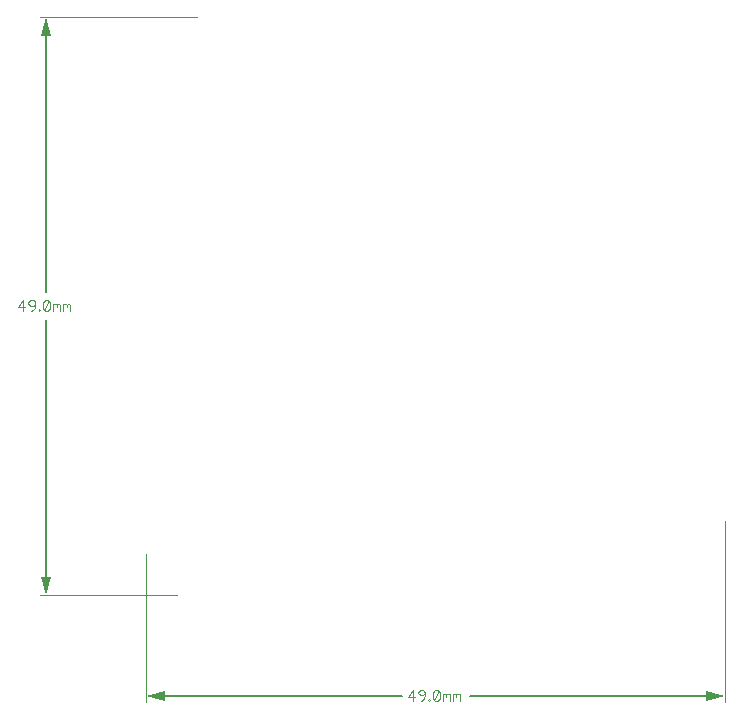
<source format=gbr>
G04 GENERATED BY PULSONIX 7.0 GERBER.DLL 4573*
%INHILLSTAR_30X30_EL_4LAYER_V1_0*%
%LNGERBER_DOCUMENTATION*%
%FSLAX33Y33*%
%IPPOS*%
%LPD*%
%OFA0B0*%
%MOMM*%
%ADD20C,0.200*%
%ADD21C,0.125*%
%ADD141C,0.025*%
%ADD142C,0.001*%
X0Y0D02*
D02*
D20*
X98553Y106156D02*
Y128669D01*
Y131044D02*
Y153556D01*
X107853Y96856D02*
X128672D01*
X134434D02*
X155253D01*
D02*
D21*
X96602Y129452D02*
X96602Y130334D01*
X96234Y129746*
X96823*
X97305Y129452D02*
X97452Y129525D01*
X97599Y129672*
X97673Y129893*
Y130114*
X97599Y130261*
X97452Y130334*
X97305*
X97158Y130261*
X97084Y130114*
X97158Y129967*
X97305Y129893*
X97452*
X97599Y129967*
X97673Y130114*
X98008Y129452D02*
X98081Y129525D01*
X98008Y129599*
X97934Y129525*
X98008Y129452*
X98395Y129525D02*
X98542Y129452D01*
X98690*
X98837Y129525*
X98910Y129672*
Y130114*
X98837Y130261*
X98690Y130334*
X98542*
X98395Y130261*
X98322Y130114*
Y129672*
X98395Y129525*
X98837Y130261*
X99172Y129452D02*
X99172Y130040D01*
Y129967D02*
X99245Y130040D01*
X99392*
X99466Y129967*
Y129746*
Y129967D02*
X99540Y130040D01*
X99687*
X99760Y129967*
Y129452*
X100022D02*
X100022Y130040D01*
Y129967D02*
X100095Y130040D01*
X100242*
X100316Y129967*
Y129746*
Y129967D02*
X100390Y130040D01*
X100537*
X100610Y129967*
Y129452*
X129602Y96452D02*
X129602Y97334D01*
X129234Y96746*
X129823*
X130305Y96452D02*
X130452Y96525D01*
X130599Y96672*
X130673Y96893*
Y97114*
X130599Y97261*
X130452Y97334*
X130305*
X130158Y97261*
X130084Y97114*
X130158Y96967*
X130305Y96893*
X130452*
X130599Y96967*
X130673Y97114*
X131008Y96452D02*
X131081Y96525D01*
X131008Y96599*
X130934Y96525*
X131008Y96452*
X131395Y96525D02*
X131542Y96452D01*
X131690*
X131837Y96525*
X131910Y96672*
Y97114*
X131837Y97261*
X131690Y97334*
X131542*
X131395Y97261*
X131322Y97114*
Y96672*
X131395Y96525*
X131837Y97261*
X132172Y96452D02*
X132172Y97040D01*
Y96967D02*
X132245Y97040D01*
X132392*
X132466Y96967*
Y96746*
Y96967D02*
X132540Y97040D01*
X132687*
X132760Y96967*
Y96452*
X133022D02*
X133022Y97040D01*
Y96967D02*
X133095Y97040D01*
X133242*
X133316Y96967*
Y96746*
Y96967D02*
X133390Y97040D01*
X133537*
X133610Y96967*
Y96452*
D02*
D141*
X107053Y108874D02*
Y96356D01*
X109622Y105356D02*
X98053D01*
X111375Y154356D02*
X98053D01*
X156053Y111693D02*
Y96356D01*
D02*
D142*
X98553Y105356D02*
G36*
X98153Y106956D01*
X98953*
X98553Y105356*
G37*
Y154356D02*
G36*
X98953Y152756D01*
X98153*
X98553Y154356*
G37*
X107053Y96856D02*
G36*
X108653Y97256D01*
Y96456*
X107053Y96856*
G37*
X156053D02*
G36*
X154453Y96456D01*
Y97256*
X156053Y96856*
G37*
X0Y0D02*
M02*

</source>
